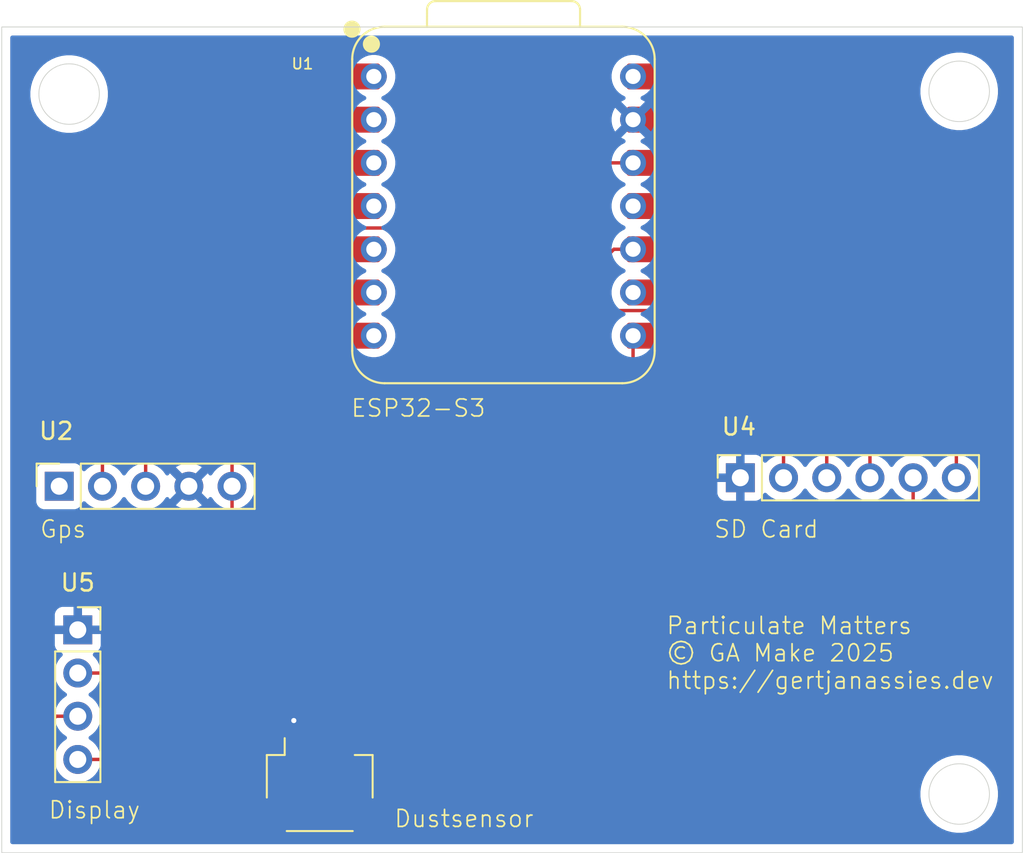
<source format=kicad_pcb>
(kicad_pcb (version 20241229) (generator "pcbnew") (generator_version "9.0")
  (layers (0 "F.Cu" signal) (2 "B.Cu" signal) (13 "F.Paste" user) (15 "B.Paste" user) (5 "F.SilkS" user "F.Silkscreen") (7 "B.SilkS" user "B.Silkscreen") (1 "F.Mask" user) (3 "B.Mask" user) (25 "Edge.Cuts" user))
  (net 0 "")
  (net 1 "VCC")
  (net 2 "Net-(U1-GPIO8{slash}D9{slash}A9{slash}MISO)")
  (net 3 "Net-(U1-GPIO9{slash}D5{slash}I2C_SCL)")
  (net 4 "Net-(U1-GPIO2{slash}DA{slash}A1)")
  (net 7 "Net-(U1-GPIO5{slash}D4{slash}I2C_SDA)")
  (net 9 "Net-(U1-GPIO7{slash}D8{slash}A8{slash}SCK)")
  (net 10 "Net-(U1-U0RXD{slash}D7{slash}RX)")
  (net 11 "Net-(U1-GPIO9{slash}D10{slash}A10{slash}MOSI)")
  (net 12 "Net-(U1-GPIO3{slash}D2{slash}A2)")
  (net 14 "GND")
  (footprint "Connector_PinSocket_2.54mm:PinSocket_1x04_P2.54mm_Vertical" (layer "F.Cu") (at 77.47 91.44)
    (property "Reference" "U5" (at 0 -2.77 0) (layer "F.SilkS"))
    (property "Value" "~" (hide yes))
    (fp_line (start -1.33 1.27) (end -1.33 8.95) (stroke (width 0.12)) (layer "F.SilkS"))
    (fp_line (start -1.33 1.27) (end 1.33 1.27) (stroke (width 0.12)) (layer "F.SilkS"))
    (fp_line (start -1.33 8.95) (end 1.33 8.95) (stroke (width 0.12)) (layer "F.SilkS"))
    (fp_line (start 0 -1.33) (end 1.33 -1.33) (stroke (width 0.12)) (layer "F.SilkS"))
    (fp_line (start 1.33 -1.33) (end 1.33 0) (stroke (width 0.12)) (layer "F.SilkS"))
    (fp_line (start 1.33 1.27) (end 1.33 8.95) (stroke (width 0.12)) (layer "F.SilkS"))
    (pad "1" thru_hole rect (at 0 0) (size 1.7 1.7) (drill 1) (layers "*.Cu" "*.Mask") (net 14 "GND"))
    (pad "2" thru_hole circle (at 0 2.54) (size 1.7 1.7) (drill 1) (layers "*.Cu" "*.Mask") (net 1 "VCC"))
    (pad "3" thru_hole circle (at 0 5.08) (size 1.7 1.7) (drill 1) (layers "*.Cu" "*.Mask") (net 3 "Net-(U1-GPIO9{slash}D5{slash}I2C_SCL)"))
    (pad "4" thru_hole circle (at 0 7.62) (size 1.7 1.7) (drill 1) (layers "*.Cu" "*.Mask") (net 7 "Net-(U1-GPIO5{slash}D4{slash}I2C_SDA)"))
  )
  (footprint "Connector_JST:JST_SH_SM04B-SRSS-TB_1x04-1MP_P1.00mm_Horizontal" (layer "F.Cu") (at 91.694 100.584)
    (property "Reference" "U3" (hide yes))
    (property "Value" "~" (hide yes))
    (fp_line (start -3.11 -1.785) (end -2.06 -1.785) (stroke (width 0.12)) (layer "F.SilkS"))
    (fp_line (start -3.11 0.715) (end -3.11 -1.785) (stroke (width 0.12)) (layer "F.SilkS"))
    (fp_line (start -2.06 -1.785) (end -2.06 -2.775) (stroke (width 0.12)) (layer "F.SilkS"))
    (fp_line (start -1.94 2.685) (end 1.94 2.685) (stroke (width 0.12)) (layer "F.SilkS"))
    (fp_line (start 3.11 -1.785) (end 2.06 -1.785) (stroke (width 0.12)) (layer "F.SilkS"))
    (fp_line (start 3.11 0.715) (end 3.11 -1.785) (stroke (width 0.12)) (layer "F.SilkS"))
    (pad "1" smd roundrect (at -1.5 -2) (size 0.6 1.55) (layers "F.Cu" "F.Mask" "F.Paste") (net 14 "GND"))
    (pad "2" smd roundrect (at -0.5 -2) (size 0.6 1.55) (layers "F.Cu" "F.Mask" "F.Paste") (net 1 "VCC"))
    (pad "3" smd roundrect (at 0.5 -2) (size 0.6 1.55) (layers "F.Cu" "F.Mask" "F.Paste") (net 7 "Net-(U1-GPIO5{slash}D4{slash}I2C_SDA)"))
    (pad "4" smd roundrect (at 1.5 -2) (size 0.6 1.55) (layers "F.Cu" "F.Mask" "F.Paste") (net 3 "Net-(U1-GPIO9{slash}D5{slash}I2C_SCL)"))
    (pad "MP" smd roundrect (at -2.8 1.875) (size 1.2 1.8) (layers "F.Cu" "F.Mask" "F.Paste") (roundrect_rratio 0.208333))
    (pad "MP" smd roundrect (at 2.8 1.875) (size 1.2 1.8) (layers "F.Cu" "F.Mask" "F.Paste") (roundrect_rratio 0.208333))
  )
  (footprint "Connector_PinSocket_2.54mm:PinSocket_1x05_P2.54mm_Vertical" (layer "F.Cu") (at 76.38 83 90)
    (property "Reference" "U2" (at 3.244 -0.18 180) (layer "F.SilkS"))
    (property "Value" "~" (hide yes))
    (fp_line (start 1.33 -1.33) (end 1.33 0) (stroke (width 0.12)) (layer "F.SilkS"))
    (fp_line (start 0 -1.33) (end 1.33 -1.33) (stroke (width 0.12)) (layer "F.SilkS"))
    (fp_line (start 1.33 1.27) (end 1.33 11.49) (stroke (width 0.12)) (layer "F.SilkS"))
    (fp_line (start -1.33 1.27) (end 1.33 1.27) (stroke (width 0.12)) (layer "F.SilkS"))
    (fp_line (start -1.33 1.27) (end -1.33 11.49) (stroke (width 0.12)) (layer "F.SilkS"))
    (fp_line (start -1.33 11.49) (end 1.33 11.49) (stroke (width 0.12)) (layer "F.SilkS"))
    (pad "1" thru_hole rect (at 0 0 90) (size 1.7 1.7) (drill 1) (layers "*.Cu" "*.Mask"))
    (pad "2" thru_hole circle (at 0 2.54 90) (size 1.7 1.7) (drill 1) (layers "*.Cu" "*.Mask") (net 4 "Net-(U1-GPIO2{slash}DA{slash}A1)"))
    (pad "3" thru_hole circle (at 0 5.08 90) (size 1.7 1.7) (drill 1) (layers "*.Cu" "*.Mask") (net 12 "Net-(U1-GPIO3{slash}D2{slash}A2)"))
    (pad "4" thru_hole circle (at 0 7.62 90) (size 1.7 1.7) (drill 1) (layers "*.Cu" "*.Mask") (net 14 "GND"))
    (pad "5" thru_hole circle (at 0 10.16 90) (size 1.7 1.7) (drill 1) (layers "*.Cu" "*.Mask") (net 1 "VCC"))
  )
  (footprint "Seeed Studio XIAO Series Library:XIAO-ESP32S3-DIP" (layer "F.Cu") (at 102.494 66.52875)
    (property "Reference" "U1" (at -11.816 -8.36275 0) (layer "F.SilkS") (effects (font (size 0.635 0.635) (thickness 0.1016))))
    (property "Value" "XIAO-ESP32-S3-DIP")
    (fp_line (start -8.89 8.509) (end -8.89 -8.636) (stroke (width 0.127)) (layer "F.SilkS"))
    (fp_line (start -6.985 10.414) (end 6.985 10.414) (stroke (width 0.127)) (layer "F.SilkS"))
    (fp_line (start -4.495 -10.541) (end -4.491272 -11.551272) (stroke (width 0.127)) (layer "F.SilkS"))
    (fp_line (start -3.991272 -12.051) (end 4.004 -12.051) (stroke (width 0.127)) (layer "F.SilkS"))
    (fp_line (start 4.504 -11.551) (end 4.504 -10.541) (stroke (width 0.127)) (layer "F.SilkS"))
    (fp_line (start 6.985 -10.541) (end -6.985 -10.541) (stroke (width 0.1)) (layer "F.SilkS"))
    (fp_line (start 6.985 -10.541) (end -6.985 -10.541) (stroke (width 0.127)) (layer "F.SilkS"))
    (fp_line (start 8.89 8.509) (end 8.89 -8.636) (stroke (width 0.127)) (layer "F.SilkS"))
    (fp_arc (start -8.89 -8.636) (mid -8.332038 -9.983038) (end -6.985 -10.541) (stroke (width 0.127)) (layer "F.SilkS"))
    (fp_arc (start -6.985 10.414) (mid -8.332038 9.856038) (end -8.89 8.509) (stroke (width 0.127)) (layer "F.SilkS"))
    (fp_arc (start -4.491272 -11.551272) (mid -4.344728 -11.90464) (end -3.991272 -12.051) (stroke (width 0.127)) (layer "F.SilkS"))
    (fp_arc (start 4.004 -12.051) (mid 4.357553 -11.904553) (end 4.504 -11.551) (stroke (width 0.127)) (layer "F.SilkS"))
    (fp_arc (start 6.985 -10.541) (mid 8.332038 -9.983038) (end 8.89 -8.636) (stroke (width 0.127)) (layer "F.SilkS"))
    (fp_arc (start 8.89 8.509) (mid 8.332038 9.856038) (end 6.985 10.414) (stroke (width 0.127)) (layer "F.SilkS"))
    (fp_circle (center -8.904 -10.4) (end -8.904 -10.654) (stroke (width 0.5)) (fill yes) (layer "F.SilkS"))
    (fp_circle (center -7.761 -9.52) (end -7.761 -9.774) (stroke (width 0.5)) (fill yes) (layer "F.SilkS"))
    (pad "1" smd roundrect (at -8.455 -7.62 180) (size 2.432 1.524) (layers "F.Cu" "F.Mask") (roundrect_rratio 0.1))
    (pad "1" thru_hole circle (at -7.62 -7.62 180) (size 1.524 1.524) (drill 0.889) (layers "*.Cu" "*.Mask"))
    (pad "2" smd roundrect (at -8.455 -5.08 180) (size 2.432 1.524) (layers "F.Cu" "F.Mask") (roundrect_rratio 0.1) (net 4 "Net-(U1-GPIO2{slash}DA{slash}A1)"))
    (pad "2" thru_hole circle (at -7.62 -5.08 180) (size 1.524 1.524) (drill 0.889) (layers "*.Cu" "*.Mask") (net 4 "Net-(U1-GPIO2{slash}DA{slash}A1)"))
    (pad "3" smd roundrect (at -8.455 -2.54 180) (size 2.432 1.524) (layers "F.Cu" "F.Mask") (roundrect_rratio 0.1) (net 12 "Net-(U1-GPIO3{slash}D2{slash}A2)"))
    (pad "3" thru_hole circle (at -7.62 -2.54 180) (size 1.524 1.524) (drill 0.889) (layers "*.Cu" "*.Mask") (net 12 "Net-(U1-GPIO3{slash}D2{slash}A2)"))
    (pad "4" smd roundrect (at -8.455 0 180) (size 2.432 1.524) (layers "F.Cu" "F.Mask") (roundrect_rratio 0.1))
    (pad "4" thru_hole circle (at -7.62 0 180) (size 1.524 1.524) (drill 0.889) (layers "*.Cu" "*.Mask"))
    (pad "5" smd roundrect (at -8.455 2.54 180) (size 2.432 1.524) (layers "F.Cu" "F.Mask") (roundrect_rratio 0.1) (net 7 "Net-(U1-GPIO5{slash}D4{slash}I2C_SDA)"))
    (pad "5" thru_hole circle (at -7.62 2.54 180) (size 1.524 1.524) (drill 0.889) (layers "*.Cu" "*.Mask") (net 7 "Net-(U1-GPIO5{slash}D4{slash}I2C_SDA)"))
    (pad "6" smd roundrect (at -8.455 5.08 180) (size 2.432 1.524) (layers "F.Cu" "F.Mask") (roundrect_rratio 0.1) (net 3 "Net-(U1-GPIO9{slash}D5{slash}I2C_SCL)"))
    (pad "6" thru_hole circle (at -7.62 5.08 180) (size 1.524 1.524) (drill 0.889) (layers "*.Cu" "*.Mask") (net 3 "Net-(U1-GPIO9{slash}D5{slash}I2C_SCL)"))
    (pad "7" smd roundrect (at -8.455 7.62 180) (size 2.432 1.524) (layers "F.Cu" "F.Mask") (roundrect_rratio 0.1))
    (pad "7" thru_hole circle (at -7.62 7.62 180) (size 1.524 1.524) (drill 0.889) (layers "*.Cu" "*.Mask"))
    (pad "8" thru_hole circle (at 7.62 7.62) (size 1.524 1.524) (drill 0.889) (layers "*.Cu" "*.Mask") (net 10 "Net-(U1-U0RXD{slash}D7{slash}RX)"))
    (pad "8" smd roundrect (at 8.455 7.62) (size 2.432 1.524) (layers "F.Cu" "F.Mask") (roundrect_rratio 0.1) (net 10 "Net-(U1-U0RXD{slash}D7{slash}RX)"))
    (pad "9" thru_hole circle (at 7.62 5.08) (size 1.524 1.524) (drill 0.889) (layers "*.Cu" "*.Mask") (net 9 "Net-(U1-GPIO7{slash}D8{slash}A8{slash}SCK)"))
    (pad "9" smd roundrect (at 8.455 5.08) (size 2.432 1.524) (layers "F.Cu" "F.Mask") (roundrect_rratio 0.1) (net 9 "Net-(U1-GPIO7{slash}D8{slash}A8{slash}SCK)"))
    (pad "10" thru_hole circle (at 7.62 2.54) (size 1.524 1.524) (drill 0.889) (layers "*.Cu" "*.Mask") (net 2 "Net-(U1-GPIO8{slash}D9{slash}A9{slash}MISO)"))
    (pad "10" smd roundrect (at 8.455 2.54) (size 2.432 1.524) (layers "F.Cu" "F.Mask") (roundrect_rratio 0.1) (net 2 "Net-(U1-GPIO8{slash}D9{slash}A9{slash}MISO)"))
    (pad "11" thru_hole circle (at 7.62 0) (size 1.524 1.524) (drill 0.889) (layers "*.Cu" "*.Mask") (net 11 "Net-(U1-GPIO9{slash}D10{slash}A10{slash}MOSI)"))
    (pad "11" smd roundrect (at 8.455 0) (size 2.432 1.524) (layers "F.Cu" "F.Mask") (roundrect_rratio 0.1) (net 11 "Net-(U1-GPIO9{slash}D10{slash}A10{slash}MOSI)"))
    (pad "12" thru_hole circle (at 7.62 -2.54) (size 1.524 1.524) (drill 0.889) (layers "*.Cu" "*.Mask") (net 1 "VCC"))
    (pad "12" smd roundrect (at 8.455 -2.54) (size 2.432 1.524) (layers "F.Cu" "F.Mask") (roundrect_rratio 0.1) (net 1 "VCC"))
    (pad "13" thru_hole circle (at 7.62 -5.08) (size 1.524 1.524) (drill 0.889) (layers "*.Cu" "*.Mask") (net 14 "GND"))
    (pad "13" smd roundrect (at 8.455 -5.08) (size 2.432 1.524) (layers "F.Cu" "F.Mask") (roundrect_rratio 0.1) (net 14 "GND"))
    (pad "14" thru_hole circle (at 7.62 -7.62) (size 1.524 1.524) (drill 0.889) (layers "*.Cu" "*.Mask"))
    (pad "14" smd roundrect (at 8.455 -7.62) (size 2.432 1.524) (layers "F.Cu" "F.Mask") (roundrect_rratio 0.1))
  )
  (footprint "Connector_PinSocket_2.54mm:PinSocket_1x06_P2.54mm_Vertical" (layer "F.Cu") (at 116.42 82.5 90)
    (property "Reference" "U4" (at 2.998 -0.088 180) (layer "F.SilkS"))
    (property "Value" "~" (hide yes))
    (fp_line (start 1.33 -1.33) (end 1.33 0) (stroke (width 0.12)) (layer "F.SilkS"))
    (fp_line (start 0 -1.33) (end 1.33 -1.33) (stroke (width 0.12)) (layer "F.SilkS"))
    (fp_line (start 1.33 1.27) (end 1.33 14.03) (stroke (width 0.12)) (layer "F.SilkS"))
    (fp_line (start -1.33 1.27) (end 1.33 1.27) (stroke (width 0.12)) (layer "F.SilkS"))
    (fp_line (start -1.33 1.27) (end -1.33 14.03) (stroke (width 0.12)) (layer "F.SilkS"))
    (fp_line (start -1.33 14.03) (end 1.33 14.03) (stroke (width 0.12)) (layer "F.SilkS"))
    (pad "1" thru_hole rect (at 0 0 90) (size 1.7 1.7) (drill 1) (layers "*.Cu" "*.Mask") (net 14 "GND"))
    (pad "2" thru_hole circle (at 0 2.54 90) (size 1.7 1.7) (drill 1) (layers "*.Cu" "*.Mask") (net 2 "Net-(U1-GPIO8{slash}D9{slash}A9{slash}MISO)"))
    (pad "3" thru_hole circle (at 0 5.08 90) (size 1.7 1.7) (drill 1) (layers "*.Cu" "*.Mask") (net 9 "Net-(U1-GPIO7{slash}D8{slash}A8{slash}SCK)"))
    (pad "4" thru_hole circle (at 0 7.62 90) (size 1.7 1.7) (drill 1) (layers "*.Cu" "*.Mask") (net 11 "Net-(U1-GPIO9{slash}D10{slash}A10{slash}MOSI)"))
    (pad "5" thru_hole circle (at 0 10.16 90) (size 1.7 1.7) (drill 1) (layers "*.Cu" "*.Mask") (net 10 "Net-(U1-U0RXD{slash}D7{slash}RX)"))
    (pad "6" thru_hole circle (at 0 12.7 90) (size 1.7 1.7) (drill 1) (layers "*.Cu" "*.Mask") (net 1 "VCC"))
  )
  (gr_circle (center 76.962 59.944) (end 78.74 59.944) (stroke (width 0.05)) (fill no) (layer "Edge.Cuts"))
  (gr_circle (center 129.286 101.092) (end 131.064 101.092) (stroke (width 0.05)) (fill no) (layer "Edge.Cuts"))
  (gr_circle (center 129.286 59.7856) (end 131.064 59.7856) (stroke (width 0.05)) (fill no) (layer "Edge.Cuts"))
  (gr_rect (start 73 56) (end 133 104.542) (stroke (width 0.05)) (fill no) (layer "Edge.Cuts"))
  (gr_text "Dustsensor" (at 96.012 103.124 0) (layer "F.SilkS") (effects (font (size 1 1) (thickness 0.1)) (justify left bottom)))
  (gr_text "Display" (at 75.692 102.616 0) (layer "F.SilkS") (effects (font (size 1 1) (thickness 0.1)) (justify left bottom)))
  (gr_text "Gps" (at 75.184 86.106 0) (layer "F.SilkS") (effects (font (size 1 1) (thickness 0.1)) (justify left bottom)))
  (gr_text "Particulate Matters\n© GA Make 2025\nhttps://gertjanassies.dev" (at 112.014 94.996 0) (layer "F.SilkS") (effects (font (size 1 1) (thickness 0.1)) (justify left bottom)))
  (gr_text "ESP32-S3" (at 93.472 78.994 0) (layer "F.SilkS") (effects (font (size 1 1) (thickness 0.1)) (justify left bottom)))
  (gr_text "SD Card" (at 114.808 86.106 0) (layer "F.SilkS") (effects (font (size 1 1) (thickness 0.1)) (justify left bottom)))
  (segment (start 129.12 65.62) (end 127.48875 63.98875) (width 0.2) (layer "F.Cu") (net 1))
  (segment (start 87.884 67.818) (end 86.54 69.162) (width 0.2) (layer "F.Cu") (net 1))
  (segment (start 88.3329 93.98) (end 91.194 96.8411) (width 0.2) (layer "F.Cu") (net 1))
  (segment (start 110.114 63.98875) (end 104.92125 63.98875) (width 0.2) (layer "F.Cu") (net 1))
  (segment (start 129.12 82.5) (end 129.12 65.62) (width 0.2) (layer "F.Cu") (net 1))
  (segment (start 86.614 93.98) (end 88.138 93.98) (width 0.2) (layer "F.Cu") (net 1))
  (segment (start 91.194 96.8411) (end 91.194 98.584) (width 0.2) (layer "F.Cu") (net 1))
  (segment (start 127.48875 63.98875) (end 110.949 63.98875) (width 0.2) (layer "F.Cu") (net 1))
  (segment (start 86.54 93.906) (end 86.614 93.98) (width 0.2) (layer "F.Cu") (net 1))
  (segment (start 77.47 93.98) (end 86.614 93.98) (width 0.2) (layer "F.Cu") (net 1))
  (segment (start 86.54 69.162) (end 86.54 83) (width 0.2) (layer "F.Cu") (net 1))
  (segment (start 86.54 83) (end 86.54 93.906) (width 0.2) (layer "F.Cu") (net 1))
  (segment (start 104.92125 63.98875) (end 101.092 67.818) (width 0.2) (layer "F.Cu") (net 1))
  (segment (start 101.092 67.818) (end 87.884 67.818) (width 0.2) (layer "F.Cu") (net 1))
  (segment (start 88.138 93.98) (end 88.3329 93.98) (width 0.2) (layer "F.Cu") (net 1))
  (segment (start 118.96 74.002) (end 118.96 82.5) (width 0.2) (layer "F.Cu") (net 2))
  (segment (start 108.458 72.136) (end 108.99375 72.67175) (width 0.2) (layer "F.Cu") (net 2))
  (segment (start 108.98525 69.06875) (end 108.458 69.596) (width 0.2) (layer "F.Cu") (net 2))
  (segment (start 108.458 69.596) (end 108.458 72.136) (width 0.2) (layer "F.Cu") (net 2))
  (segment (start 108.99375 72.67175) (end 117.62975 72.67175) (width 0.2) (layer "F.Cu") (net 2))
  (segment (start 117.62975 72.67175) (end 118.96 74.002) (width 0.2) (layer "F.Cu") (net 2))
  (segment (start 110.114 69.06875) (end 108.98525 69.06875) (width 0.2) (layer "F.Cu") (net 2))
  (segment (start 93.194 97.004) (end 91.948 95.758) (width 0.2) (layer "F.Cu") (net 3))
  (segment (start 75.692 97.028) (end 75.692 100.33) (width 0.2) (layer "F.Cu") (net 3))
  (segment (start 76.2 96.52) (end 75.692 97.028) (width 0.2) (layer "F.Cu") (net 3))
  (segment (start 94.01975 71.628) (end 94.039 71.60875) (width 0.2) (layer "F.Cu") (net 3))
  (segment (start 91.948 72.136) (end 92.456 71.628) (width 0.2) (layer "F.Cu") (net 3))
  (segment (start 93.194 100.1) (end 93.194 98.584) (width 0.2) (layer "F.Cu") (net 3))
  (segment (start 92.456 71.628) (end 94.01975 71.628) (width 0.2) (layer "F.Cu") (net 3))
  (segment (start 92.456 100.838) (end 93.194 100.1) (width 0.2) (layer "F.Cu") (net 3))
  (segment (start 75.692 100.33) (end 76.2 100.838) (width 0.2) (layer "F.Cu") (net 3))
  (segment (start 93.194 98.584) (end 93.194 97.004) (width 0.2) (layer "F.Cu") (net 3))
  (segment (start 76.2 100.838) (end 92.456 100.838) (width 0.2) (layer "F.Cu") (net 3))
  (segment (start 91.948 95.758) (end 91.948 72.136) (width 0.2) (layer "F.Cu") (net 3))
  (segment (start 77.47 96.52) (end 76.2 96.52) (width 0.2) (layer "F.Cu") (net 3))
  (segment (start 78.92 83) (end 78.92 65.86) (width 0.2) (layer "F.Cu") (net 4))
  (segment (start 78.92 65.86) (end 83.33125 61.44875) (width 0.2) (layer "F.Cu") (net 4))
  (segment (start 83.33125 61.44875) (end 94.039 61.44875) (width 0.2) (layer "F.Cu") (net 4))
  (segment (start 91.186 96.266) (end 91.186 69.85) (width 0.2) (layer "F.Cu") (net 7))
  (segment (start 77.47 99.06) (end 81.28 99.06) (width 0.2) (layer "F.Cu") (net 7))
  (segment (start 91.694 99.822) (end 92.194 99.322) (width 0.2) (layer "F.Cu") (net 7))
  (segment (start 92.202 98.576) (end 92.202 97.282) (width 0.2) (layer "F.Cu") (net 7))
  (segment (start 91.186 69.85) (end 91.96725 69.06875) (width 0.2) (layer "F.Cu") (net 7))
  (segment (start 81.28 99.06) (end 82.042 99.822) (width 0.2) (layer "F.Cu") (net 7))
  (segment (start 82.042 99.822) (end 91.694 99.822) (width 0.2) (layer "F.Cu") (net 7))
  (segment (start 91.96725 69.06875) (end 94.039 69.06875) (width 0.2) (layer "F.Cu") (net 7))
  (segment (start 92.194 99.322) (end 92.194 98.584) (width 0.2) (layer "F.Cu") (net 7))
  (segment (start 92.194 98.584) (end 92.202 98.576) (width 0.2) (layer "F.Cu") (net 7))
  (segment (start 92.202 97.282) (end 91.186 96.266) (width 0.2) (layer "F.Cu") (net 7))
  (segment (start 119.86875 71.60875) (end 121.5 73.24) (width 0.2) (layer "F.Cu") (net 9))
  (segment (start 110.949 71.60875) (end 119.86875 71.60875) (width 0.2) (layer "F.Cu") (net 9))
  (segment (start 121.5 73.24) (end 121.5 82.5) (width 0.2) (layer "F.Cu") (net 9))
  (segment (start 110.114 74.14875) (end 110.114 83.698) (width 0.2) (layer "F.Cu") (net 10))
  (segment (start 126.696 82.5) (end 126.746 82.55) (width 0.2) (layer "F.Cu") (net 10))
  (segment (start 110.114 83.698) (end 111.506 85.09) (width 0.2) (layer "F.Cu") (net 10))
  (segment (start 111.506 85.09) (end 125.73 85.09) (width 0.2) (layer "F.Cu") (net 10))
  (segment (start 126.58 84.24) (end 126.58 82.5) (width 0.2) (layer "F.Cu") (net 10))
  (segment (start 125.73 85.09) (end 126.58 84.24) (width 0.2) (layer "F.Cu") (net 10))
  (segment (start 126.58 82.5) (end 126.696 82.5) (width 0.2) (layer "F.Cu") (net 10))
  (segment (start 122.40875 66.52875) (end 124.04 68.16) (width 0.2) (layer "F.Cu") (net 11))
  (segment (start 124.04 68.16) (end 124.04 82.5) (width 0.2) (layer "F.Cu") (net 11))
  (segment (start 110.949 66.52875) (end 122.40875 66.52875) (width 0.2) (layer "F.Cu") (net 11))
  (segment (start 81.46 66.876) (end 84.34725 63.98875) (width 0.2) (layer "F.Cu") (net 12))
  (segment (start 81.46 83) (end 81.46 66.876) (width 0.2) (layer "F.Cu") (net 12))
  (segment (start 84.34725 63.98875) (end 94.039 63.98875) (width 0.2) (layer "F.Cu") (net 12))
  (segment (start 90.194 98.584) (end 90.194 96.798) (width 0.2) (layer "F.Cu") (net 14))
  (segment (start 90.194 96.798) (end 90.17 96.774) (width 0.2) (layer "F.Cu") (net 14))
  (via (at 90.17 96.774) (size 0.6) (drill 0.3) (layers "F.Cu" "B.Cu") (net 14))
  (zone (net 14) (net_name "GND") (layer "B.Cu") (connect_pads (clearance 0.5)) (min_thickness 0.25) (fill yes (thermal_gap 0.5) (thermal_bridge_width 0.5))
    (polygon (pts (xy 72.898 55.88) (xy 133.096 55.88) (xy 133.096 104.394) (xy 72.898 104.394)))
  )
)
</source>
